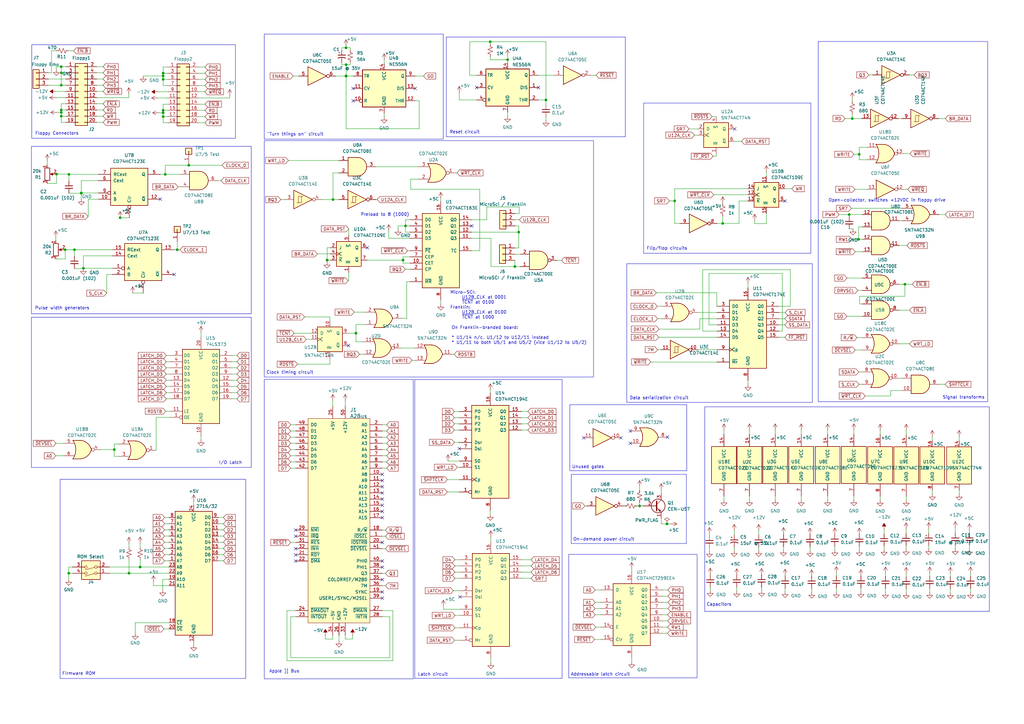
<source format=kicad_sch>
(kicad_sch (version 20230121) (generator eeschema)

  (uuid 56eaaa0c-e1fe-4237-9a20-09a5d3261c04)

  (paper "A3")

  (title_block
    (title "Micro-SCI Floppy Drive Controller")
    (date "2023-07-17")
    (rev "v0.2")
    (company "RyuCats")
  )

  

  (junction (at 352.3996 63.2968) (diameter 0) (color 0 0 0 0)
    (uuid 0eb7f77a-1691-46a5-beb9-708ba98faadf)
  )
  (junction (at 141.9606 31.1912) (diameter 0) (color 0 0 0 0)
    (uuid 13592c1d-8d3a-4a77-9349-f40d5d958c1c)
  )
  (junction (at 49.276 89.3064) (diameter 0) (color 0 0 0 0)
    (uuid 14d45346-d329-43a1-b9b8-64a35b0c2786)
  )
  (junction (at 25.1206 45.1104) (diameter 0) (color 0 0 0 0)
    (uuid 18c93022-e57b-4373-b94d-0b8237ade644)
  )
  (junction (at 25.146 34.9504) (diameter 0) (color 0 0 0 0)
    (uuid 211503ae-f2aa-4c35-adea-041e8c87a17f)
  )
  (junction (at 57.4802 232.5624) (diameter 0) (color 0 0 0 0)
    (uuid 227877cb-8d6b-42dd-9f7a-f23170c0b15d)
  )
  (junction (at 66.9036 46.2788) (diameter 0) (color 0 0 0 0)
    (uuid 227ba67b-bd2a-403b-9cca-ece13dfc9a29)
  )
  (junction (at 349.5548 48.6156) (diameter 0) (color 0 0 0 0)
    (uuid 22d6e3b8-95bd-43ec-9b4a-155fdcc0cc26)
  )
  (junction (at 262.3312 207.518) (diameter 0) (color 0 0 0 0)
    (uuid 23e17ec8-9479-4c85-9262-9a7a693e4f16)
  )
  (junction (at 66.9036 32.5628) (diameter 0) (color 0 0 0 0)
    (uuid 2668cc68-5cd8-4256-8d5f-46a4b9c3d00f)
  )
  (junction (at 23.1902 71.3994) (diameter 0) (color 0 0 0 0)
    (uuid 29ede8ec-7163-4f64-b12a-891361f6d83e)
  )
  (junction (at 141.9352 31.1912) (diameter 0) (color 0 0 0 0)
    (uuid 2ad1150c-6a6d-4f48-80de-136a5933bf00)
  )
  (junction (at 66.9036 45.2628) (diameter 0) (color 0 0 0 0)
    (uuid 3676ef53-63ee-4f61-b495-9fda43b885aa)
  )
  (junction (at 52.9082 235.1024) (diameter 0) (color 0 0 0 0)
    (uuid 4047e49c-241f-4070-8ebb-d2175194a5a3)
  )
  (junction (at 66.9036 47.8028) (diameter 0) (color 0 0 0 0)
    (uuid 48719128-be50-41b3-839a-ab256d4cf8cc)
  )
  (junction (at 67.7672 71.5264) (diameter 0) (color 0 0 0 0)
    (uuid 5003d7e0-03d4-4a97-9867-30b08d65563e)
  )
  (junction (at 208.1784 24.4856) (diameter 0) (color 0 0 0 0)
    (uuid 52c27fbd-9fc4-4e48-90e6-38e3a0d82b5d)
  )
  (junction (at 77.4192 67.7672) (diameter 0) (color 0 0 0 0)
    (uuid 531f59de-cffa-4898-944c-2df625fa4f9d)
  )
  (junction (at 371.1448 116.586) (diameter 0) (color 0 0 0 0)
    (uuid 5481632d-fd31-48d1-9241-3db81d2839df)
  )
  (junction (at 25.1206 27.3304) (diameter 0) (color 0 0 0 0)
    (uuid 5d1b5a30-0c21-467f-bb99-7ab778f56606)
  )
  (junction (at 166.3192 92.6592) (diameter 0) (color 0 0 0 0)
    (uuid 62ec17b1-65c1-4c8e-8373-71d96a4abc8f)
  )
  (junction (at 201.0664 17.1196) (diameter 0) (color 0 0 0 0)
    (uuid 68ac5519-04af-4e05-a4cf-db1e10ee5e75)
  )
  (junction (at 212.7504 95.1992) (diameter 0) (color 0 0 0 0)
    (uuid 76f27323-c1b6-4a00-a4f9-70e5b2fc6f64)
  )
  (junction (at 296.418 91.6432) (diameter 0) (color 0 0 0 0)
    (uuid 79353c67-35db-4fb8-abb6-9245fc42cbe6)
  )
  (junction (at 72.6948 102.4128) (diameter 0) (color 0 0 0 0)
    (uuid 7ce3703f-729a-4203-950c-652f669b6459)
  )
  (junction (at 26.7208 102.4128) (diameter 0) (color 0 0 0 0)
    (uuid 8333f7e2-3100-475c-84ac-bd4fd90e46a2)
  )
  (junction (at 141.9098 19.6088) (diameter 0) (color 0 0 0 0)
    (uuid 85293332-46cf-469f-9f14-444ea1474be8)
  )
  (junction (at 145.9992 136.652) (diameter 0) (color 0 0 0 0)
    (uuid 8a6f51da-dbd5-4499-9d4d-062cfa0c7452)
  )
  (junction (at 165.3032 106.68) (diameter 0) (color 0 0 0 0)
    (uuid 977745df-e2a3-4c8b-8cd8-4034ea36c9c3)
  )
  (junction (at 66.9036 30.0228) (diameter 0) (color 0 0 0 0)
    (uuid 9b875f30-8f9b-4b5b-b27e-88f17676d28e)
  )
  (junction (at 33.3502 79.1464) (diameter 0) (color 0 0 0 0)
    (uuid 9f9bb35f-05c9-4917-bf0a-74edb9b5decb)
  )
  (junction (at 352.1456 98.1456) (diameter 0) (color 0 0 0 0)
    (uuid ad2be07c-8a30-4aa7-a902-e507f61e2d74)
  )
  (junction (at 28.2702 71.5264) (diameter 0) (color 0 0 0 0)
    (uuid ad8a0025-e6c4-4a4a-96d1-a3bb46b52a4d)
  )
  (junction (at 134.1628 106.68) (diameter 0) (color 0 0 0 0)
    (uuid ae179397-46b0-4a33-ac43-4aafafbfe5b9)
  )
  (junction (at 273.558 214.884) (diameter 0) (color 0 0 0 0)
    (uuid b0f8be71-f714-4244-b97f-54dbc83dae95)
  )
  (junction (at 28.194 235.1024) (diameter 0) (color 0 0 0 0)
    (uuid b1859a5c-1e6b-49d8-81c4-6f093d35efed)
  )
  (junction (at 276.7076 82.3976) (diameter 0) (color 0 0 0 0)
    (uuid b4a3bb6a-530b-4020-a7aa-af7ad092ce73)
  )
  (junction (at 34.2138 110.0328) (diameter 0) (color 0 0 0 0)
    (uuid b56295da-b4a2-4945-9c4d-f118b61e7a62)
  )
  (junction (at 141.9606 26.5176) (diameter 0) (color 0 0 0 0)
    (uuid b69758b6-d427-4d1f-9770-f7c02da649a6)
  )
  (junction (at 25.1206 46.1264) (diameter 0) (color 0 0 0 0)
    (uuid bdee1f10-adda-41b5-867a-2a788a207ef0)
  )
  (junction (at 46.8884 184.404) (diameter 0) (color 0 0 0 0)
    (uuid c4f9e4e2-930d-4690-8724-998bb53a0423)
  )
  (junction (at 348.2848 87.9856) (diameter 0) (color 0 0 0 0)
    (uuid c6e410d8-fbfc-44b4-bcd8-be6e4755ff5a)
  )
  (junction (at 25.1206 47.6504) (diameter 0) (color 0 0 0 0)
    (uuid c9d6f061-d3e0-49e1-a019-a5b95a82d873)
  )
  (junction (at 25.146 29.8704) (diameter 0) (color 0 0 0 0)
    (uuid cd88283d-ece9-4853-85d7-ae3527962132)
  )
  (junction (at 211.1756 109.3216) (diameter 0) (color 0 0 0 0)
    (uuid e4552e4c-cca1-4eb3-a435-a3bdac03e800)
  )
  (junction (at 136.5758 81.8388) (diameter 0) (color 0 0 0 0)
    (uuid ed67b67e-a426-4e33-b6fc-58e6ea6d54f9)
  )
  (junction (at 30.5308 102.4128) (diameter 0) (color 0 0 0 0)
    (uuid f08fc34c-75fd-4391-ab9e-36ec8f420cd0)
  )
  (junction (at 33.3502 79.2734) (diameter 0) (color 0 0 0 0)
    (uuid f2487e48-6677-414e-8fde-0accde918ba7)
  )
  (junction (at 223.9264 40.9956) (diameter 0) (color 0 0 0 0)
    (uuid f58bedbe-f86d-4c34-b2d0-1df5e8ec9b59)
  )
  (junction (at 66.9036 31.1658) (diameter 0) (color 0 0 0 0)
    (uuid fd8434a6-ac94-4e1e-834a-b713ca90d0b1)
  )

  (no_connect (at 121.2596 219.9386) (uuid 00079c83-a711-4f95-8171-4707c1ffe4f2))
  (no_connect (at 188.4172 184.023) (uuid 0023254e-99a6-4e38-9aea-036adb434f94))
  (no_connect (at 254.6604 179.578) (uuid 09946f3d-95c5-4e83-bdee-666ac37263df))
  (no_connect (at 220.8784 35.9156) (uuid 0b4616bb-b68c-4768-b13c-bb3ab37b1241))
  (no_connect (at 156.8196 242.7986) (uuid 11d10470-6e67-4a4b-a7d4-b72ef4a9d1ca))
  (no_connect (at 142.9512 141.732) (uuid 2152bf48-a03d-4428-a1b1-5d9930c6322c))
  (no_connect (at 321.9704 82.4484) (uuid 2357aadf-b5b6-4a47-84a0-ec9270bf8db0))
  (no_connect (at 156.8196 202.1586) (uuid 2dd1b146-5821-42d2-b7b7-652f3d37495f))
  (no_connect (at 156.8196 232.6386) (uuid 3885ffd3-fd3b-4dba-b4f6-fb833d8d535c))
  (no_connect (at 121.2596 227.5586) (uuid 3bb3b145-9e54-4d85-a684-3f371eba77c4))
  (no_connect (at 121.2596 230.0986) (uuid 40c3baa7-d5b0-4c7e-89ad-714f7d1d467f))
  (no_connect (at 71.4248 112.5728) (uuid 46481c9d-3219-495e-99d8-4db677316f31))
  (no_connect (at 144.8562 41.3512) (uuid 4e90335f-0b5c-44b6-954e-50c9221d83fb))
  (no_connect (at 258.5466 181.8386) (uuid 55a97291-90c8-48d1-b85b-42536268fe43))
  (no_connect (at 156.8196 197.0786) (uuid 5a352595-70d1-4dc3-83fe-9cc43b2ea3b8))
  (no_connect (at 121.2596 217.3986) (uuid 5c47f2df-94cd-4506-8fb8-5fba0f3f15d4))
  (no_connect (at 301.3456 52.8828) (uuid 67e50e74-ce51-41c4-8715-55e602ab574f))
  (no_connect (at 156.8196 222.4786) (uuid 730a19e5-44b6-4b85-b39d-3319b8b30c0e))
  (no_connect (at 156.8196 209.7786) (uuid 745f3071-b71a-4126-8cfe-b28100f2c83d))
  (no_connect (at 150.6728 101.6) (uuid 7f69b8a6-fd8d-4ebf-9fac-fb9372e95fdf))
  (no_connect (at 156.8196 237.7186) (uuid 83fd2193-17e5-4a27-adca-61ac1df8125e))
  (no_connect (at 273.7866 179.2986) (uuid 878414e4-e89b-4b62-b96a-3a45817a5ccd))
  (no_connect (at 170.2562 36.2712) (uuid 8f8dedf8-ce30-4ef7-94e6-bf4dd6dfbe7d))
  (no_connect (at 156.8196 245.3386) (uuid 956a391a-da2c-4d12-905e-127887b4e204))
  (no_connect (at 121.2596 225.0186) (uuid af4080e4-3e4a-42fa-a388-9422b5495276))
  (no_connect (at 258.5466 176.7586) (uuid b084c7d8-103e-4844-afc5-634992033d4b))
  (no_connect (at 195.4784 35.9156) (uuid bb9f08b1-817c-4157-86a8-001ebeb5682d))
  (no_connect (at 156.8196 194.5386) (uuid bd9d7e14-21b3-4dcd-9f41-a79fe09ce87e))
  (no_connect (at 193.4972 92.6592) (uuid c0166046-6244-47a5-9534-d1f90d7e129b))
  (no_connect (at 156.8196 199.6186) (uuid c06ada5e-2a3b-4df5-9a4d-1d7db4b05dca))
  (no_connect (at 156.8196 207.2386) (uuid cfd67672-d5af-4a82-ac5e-032c54d5ca3f))
  (no_connect (at 239.4204 179.578) (uuid d9ee195d-667c-46b5-8c90-2d715e6afbee))
  (no_connect (at 156.8196 212.3186) (uuid dad0e8de-846b-4927-a07b-a135ef708439))
  (no_connect (at 156.8196 230.0986) (uuid e84d737c-cffc-4102-ae0c-16e7870ea92c))
  (no_connect (at 144.8562 36.2712) (uuid e85963b0-aca1-4e88-8dcc-ea6a2b30aa16))
  (no_connect (at 188.6204 244.8052) (uuid f56a3247-35bc-4734-a52e-0c4d8a7dd57a))
  (no_connect (at 156.8196 204.6986) (uuid f83a257c-1ff9-4bb7-ae91-0221c4808d11))
  (no_connect (at 65.7352 81.6864) (uuid fbba59ff-199c-431d-9558-e8c866b5ce8c))

  (wire (pts (xy 199.6948 84.8868) (xy 199.6948 90.1192))
    (stroke (width 0) (type default))
    (uuid 00574d2a-adbb-461e-bfab-c3030d96eb4f)
  )
  (wire (pts (xy 44.9072 232.5624) (xy 57.4802 232.5624))
    (stroke (width 0) (type default))
    (uuid 0069cff1-7758-4892-937b-381c82fabe50)
  )
  (wire (pts (xy 214.0204 229.5652) (xy 217.8304 229.5652))
    (stroke (width 0) (type default))
    (uuid 007e0ebe-d85a-4638-af77-d1a23acf3dd8)
  )
  (wire (pts (xy 193.4972 102.8192) (xy 196.7484 102.8192))
    (stroke (width 0) (type default))
    (uuid 00886f5c-4976-4610-9ff6-c8245aa5e3db)
  )
  (wire (pts (xy 270.1544 138.3284) (xy 294.0812 138.3284))
    (stroke (width 0) (type default))
    (uuid 00f4b3b9-78f1-4610-b5e0-84f3d25adcc5)
  )
  (wire (pts (xy 188.3664 196.723) (xy 188.3664 196.6976))
    (stroke (width 0) (type default))
    (uuid 0109a42f-4b31-4ebe-876a-96b722593589)
  )
  (wire (pts (xy 171.9072 52.7812) (xy 171.9072 41.3512))
    (stroke (width 0) (type default))
    (uuid 01e83326-4e98-4d5f-82ec-8f0b7bea881a)
  )
  (wire (pts (xy 343.0524 241.2492) (xy 343.0524 242.7224))
    (stroke (width 0) (type default))
    (uuid 01f3822c-4244-4116-8ef1-0e8cbe65c471)
  )
  (wire (pts (xy 28.0924 20.828) (xy 30.1752 20.828))
    (stroke (width 0) (type default))
    (uuid 03301470-88bc-4f38-b6b6-ca7d042bb234)
  )
  (wire (pts (xy 25.146 29.8704) (xy 27.0256 29.8704))
    (stroke (width 0) (type default))
    (uuid 03443bb4-edca-49b6-a718-c6bad3c38dd0)
  )
  (wire (pts (xy 271.78 259.7404) (xy 273.7612 259.7404))
    (stroke (width 0) (type default))
    (uuid 039917d2-99a2-4522-8665-986db18d8e31)
  )
  (wire (pts (xy 328.6252 176.403) (xy 328.6252 178.054))
    (stroke (width 0) (type default))
    (uuid 040dbea4-9977-4a31-9393-13ea60b16445)
  )
  (wire (pts (xy 89.6112 219.8624) (xy 91.6432 219.8624))
    (stroke (width 0) (type default))
    (uuid 04752ae3-bfc2-458d-bdc8-afea6c7649ee)
  )
  (wire (pts (xy 314.3504 91.694) (xy 309.5244 91.694))
    (stroke (width 0) (type default))
    (uuid 04a6efa1-aa9e-4645-bd05-c8e4cdf162a6)
  )
  (wire (pts (xy 165.3032 105.3592) (xy 165.3032 106.68))
    (stroke (width 0) (type default))
    (uuid 04c4f103-cb52-4f78-8869-ddd422c5923e)
  )
  (wire (pts (xy 306.7812 156.1084) (xy 306.7812 157.6324))
    (stroke (width 0) (type default))
    (uuid 05420eaf-24bd-4d1e-99bf-3be6ddd68c66)
  )
  (wire (pts (xy 292.0746 47.8028) (xy 293.7256 47.8028))
    (stroke (width 0) (type default))
    (uuid 05c4193c-faca-4502-a4be-7633bebf234d)
  )
  (wire (pts (xy 271.78 254.6604) (xy 273.812 254.6604))
    (stroke (width 0) (type default))
    (uuid 05fc5cc0-bb44-4350-a781-560e0e3b4c4c)
  )
  (wire (pts (xy 117.7036 250.4186) (xy 117.7036 270.9926))
    (stroke (width 0) (type default))
    (uuid 06181ce3-b06b-4529-8cce-dd2810672270)
  )
  (wire (pts (xy 349.5548 46.6852) (xy 349.5548 48.6156))
    (stroke (width 0) (type default))
    (uuid 06218eff-932a-4ad7-ab6b-b89dec2588f6)
  )
  (wire (pts (xy 69.2912 224.9424) (xy 67.5132 224.9424))
    (stroke (width 0) (type default))
    (uuid 064b29a8-f9a3-4267-b587-373d5046518a)
  )
  (wire (pts (xy 214.376 176.3776) (xy 216.4842 176.3776))
    (stroke (width 0) (type default))
    (uuid 0656086a-1f5b-495e-8615-b7c40f0badad)
  )
  (wire (pts (xy 65.7352 71.5264) (xy 67.7672 71.5264))
    (stroke (width 0) (type default))
    (uuid 0658e204-d1d7-4688-850d-e45c9a506c98)
  )
  (wire (pts (xy 170.2562 31.1912) (xy 173.7106 31.1912))
    (stroke (width 0) (type default))
    (uuid 067721b1-e889-468c-8cef-c43830664980)
  )
  (wire (pts (xy 188.2648 168.7576) (xy 186.3852 168.7576))
    (stroke (width 0) (type default))
    (uuid 0754172d-7b54-485f-b2c6-89de78d13fc8)
  )
  (wire (pts (xy 363.1692 235.1024) (xy 363.1692 236.3216))
    (stroke (width 0) (type default))
    (uuid 07ce118a-36c3-4925-b88e-d82dc01ee467)
  )
  (wire (pts (xy 180.7972 81.4832) (xy 180.7972 82.4992))
    (stroke (width 0) (type default))
    (uuid 09aa1bf2-8a17-4f34-8d88-8b81ad5c5abb)
  )
  (wire (pts (xy 39.7256 45.1104) (xy 42.2656 45.1104))
    (stroke (width 0) (type default))
    (uuid 09c87717-7ef4-45f4-b64d-0750365e4a24)
  )
  (wire (pts (xy 68.2244 148.336) (xy 69.7484 148.336))
    (stroke (width 0) (type default))
    (uuid 0a0b1b1c-92a4-478c-aa5b-ee031bba2f03)
  )
  (wire (pts (xy 52.9082 235.1024) (xy 69.2912 235.1024))
    (stroke (width 0) (type default))
    (uuid 0b2ece80-3483-4240-b6c8-87d84edcd6a8)
  )
  (wire (pts (xy 68.2244 150.876) (xy 69.7484 150.876))
    (stroke (width 0) (type default))
    (uuid 0b68a056-85b6-48d1-a2cc-038c8a65659f)
  )
  (wire (pts (xy 66.7512 241.9096) (xy 66.7512 237.6424))
    (stroke (width 0) (type default))
    (uuid 0c0c9414-8569-47d0-9bbd-a5c6f7990176)
  )
  (wire (pts (xy 124.9172 129.9972) (xy 135.3312 129.9972))
    (stroke (width 0) (type default))
    (uuid 0c245cbd-de2b-42e4-ad95-41f85b657bc9)
  )
  (wire (pts (xy 352.3996 65.532) (xy 355.4476 65.532))
    (stroke (width 0) (type default))
    (uuid 0c490525-8dc8-42cf-8f5d-14c1f973c5bc)
  )
  (wire (pts (xy 269.6972 130.7084) (xy 271.2212 130.7084))
    (stroke (width 0) (type default))
    (uuid 0d5c8966-853d-4aee-89ff-753b20ea3fd6)
  )
  (wire (pts (xy 25.1206 45.1104) (xy 27.0256 45.1104))
    (stroke (width 0) (type default))
    (uuid 0d838062-46de-45e9-bfdd-65e77dd8aee8)
  )
  (wire (pts (xy 19.8628 29.8704) (xy 21.1328 29.8704))
    (stroke (width 0) (type default))
    (uuid 0de6ee5b-f0fe-43fd-bcfd-7b0a164bb68c)
  )
  (wire (pts (xy 67.9704 168.656) (xy 69.7484 168.656))
    (stroke (width 0) (type default))
    (uuid 0e12576a-5d20-430c-b87b-bc4facb73712)
  )
  (wire (pts (xy 350.2152 63.2968) (xy 352.3996 63.2968))
    (stroke (width 0) (type default))
    (uuid 0e4c835e-1a72-4fc8-beef-fd110906edea)
  )
  (wire (pts (xy 214.0204 232.1052) (xy 217.8304 232.1052))
    (stroke (width 0) (type default))
    (uuid 0f094e4b-acc5-4d61-81bb-2d09930a28bd)
  )
  (wire (pts (xy 262.3312 199.644) (xy 262.3312 201.041))
    (stroke (width 0) (type default))
    (uuid 10252dee-e0c1-46aa-b100-90f76de019ec)
  )
  (wire (pts (xy 159.8676 269.7226) (xy 159.8676 252.9586))
    (stroke (width 0) (type default))
    (uuid 103875b5-8d01-45bb-9766-b4bffd2a91ed)
  )
  (wire (pts (xy 171.6024 73.4568) (xy 168.5036 73.4568))
    (stroke (width 0) (type default))
    (uuid 1238dca2-75ce-456c-9355-6d2139e5e0aa)
  )
  (wire (pts (xy 269.5702 125.6284) (xy 271.2212 125.6284))
    (stroke (width 0) (type default))
    (uuid 124b9756-7dbf-43a0-80e7-a46f9a2b36c9)
  )
  (wire (pts (xy 214.376 176.403) (xy 214.376 176.3776))
    (stroke (width 0) (type default))
    (uuid 125e7f04-30f0-4f88-af7b-caf18148782b)
  )
  (wire (pts (xy 319.4812 125.6284) (xy 324.1802 125.6284))
    (stroke (width 0) (type default))
    (uuid 1356113a-513f-4af7-ba9a-3e0eb779f180)
  )
  (wire (pts (xy 397.6116 223.6724) (xy 397.6116 225.1456))
    (stroke (width 0) (type default))
    (uuid 1391e7ee-70c8-4a50-8385-11f6a7f1abba)
  )
  (wire (pts (xy 244.348 257.2004) (xy 246.38 257.2004))
    (stroke (width 0) (type default))
    (uuid 13a98e74-3895-4860-ace8-42264bd188ca)
  )
  (wire (pts (xy 58.7756 31.1658) (xy 66.9036 31.1658))
    (stroke (width 0) (type default))
    (uuid 141295d1-b5fc-4f78-b6c6-4a5775b63835)
  )
  (wire (pts (xy 188.1124 176.403) (xy 188.1124 176.3776))
    (stroke (width 0) (type default))
    (uuid 14237b2d-35e0-4923-9a7b-d65817700424)
  )
  (wire (pts (xy 188.3664 196.6976) (xy 183.4642 196.6976))
    (stroke (width 0) (type default))
    (uuid 1568cca2-d9ad-41d0-b548-de2df5e16612)
  )
  (wire (pts (xy 368.8588 116.586) (xy 371.1448 116.586))
    (stroke (width 0) (type default))
    (uuid 15776cd5-5e30-4bf6-9cc4-824c5705194c)
  )
  (wire (pts (xy 72.6948 102.4128) (xy 73.8378 102.4128))
    (stroke (width 0) (type default))
    (uuid 161eeac9-3140-408f-bf18-bad1c281881f)
  )
  (wire (pts (xy 157.5562 46.4312) (xy 157.5562 47.9552))
    (stroke (width 0) (type default))
    (uuid 16728753-ca6c-4fe7-8178-d0982b6b4f17)
  )
  (wire (pts (xy 360.9848 203.5556) (xy 360.9848 205.0796))
    (stroke (width 0) (type default))
    (uuid 16755ab3-9878-498d-b781-70eb0a8321ce)
  )
  (wire (pts (xy 136.5758 70.9168) (xy 136.5758 81.8388))
    (stroke (width 0) (type default))
    (uuid 1675ca04-4c5f-4b67-bb62-04a02e0c8b69)
  )
  (wire (pts (xy 156.8196 179.2986) (xy 158.5976 179.2986))
    (stroke (width 0) (type default))
    (uuid 169e61eb-96e8-4c61-89f0-5030d1e7f392)
  )
  (wire (pts (xy 201.3712 109.3216) (xy 201.3712 97.7392))
    (stroke (width 0) (type default))
    (uuid 17d991fb-7651-4a3d-90b7-989e67fb6932)
  )
  (wire (pts (xy 311.1754 217.6272) (xy 311.1754 219.4052))
    (stroke (width 0) (type default))
    (uuid 1901c3db-6846-4baf-a944-eb37755bbafa)
  )
  (wire (pts (xy 286.4612 128.1684) (xy 294.0812 128.1684))
    (stroke (width 0) (type default))
    (uuid 1a8f27f6-8e7c-4479-9c29-473839a5673e)
  )
  (wire (pts (xy 140.1826 19.6088) (xy 141.9098 19.6088))
    (stroke (width 0) (type default))
    (uuid 1a9949f8-d6e1-44c2-8abb-f0e22252bdef)
  )
  (wire (pts (xy 193.4972 97.7392) (xy 201.3712 97.7392))
    (stroke (width 0) (type default))
    (uuid 1aa04cfe-8dfe-4531-80f7-9c39f6757763)
  )
  (wire (pts (xy 121.2596 186.9186) (xy 119.2276 186.9186))
    (stroke (width 0) (type default))
    (uuid 1af49ea9-2385-422c-915b-da380d233ae8)
  )
  (wire (pts (xy 344.1192 87.9856) (xy 348.2848 87.9856))
    (stroke (width 0) (type default))
    (uuid 1bdb14cd-6438-42dc-b5eb-9f1b82ac6ee8)
  )
  (wire (pts (xy 211.1756 104.2416) (xy 213.3092 104.2416))
    (stroke (width 0) (type default))
    (uuid 1bf36dd4-f692-415d-b903-22a2d1f06abb)
  )
  (wire (pts (xy 25.1206 47.6504) (xy 25.1206 50.1904))
    (stroke (width 0) (type default))
    (uuid 1c354fa8-4163-40d2-8ab9-1e82d13a25c0)
  )
  (wire (pts (xy 21.1328 29.8704) (xy 21.1328 20.828))
    (stroke (width 0) (type default))
    (uuid 1c36997d-9be1-425d-b852-4553a0d143f9)
  )
  (wire (pts (xy 353.1108 241.2746) (xy 353.1108 242.57))
    (stroke (width 0) (type default))
    (uuid 1db73742-0af7-468d-8275-4f48b9889d17)
  )
  (wire (pts (xy 271.78 247.0404) (xy 273.939 247.0404))
    (stroke (width 0) (type default))
    (uuid 1df8e6c8-70be-4d44-9611-4958c61c9713)
  )
  (wire (pts (xy 69.2912 230.0224) (xy 67.5132 230.0224))
    (stroke (width 0) (type default))
    (uuid 1e42d8a7-e536-4d54-af0a-127f1462310f)
  )
  (wire (pts (xy 82.4484 178.816) (xy 82.4484 180.34))
    (stroke (width 0) (type default))
    (uuid 20d9c6c4-736f-4ad1-a5ed-f7de55b7f1d5)
  )
  (wire (pts (xy 208.1784 22.9616) (xy 208.1784 24.4856))
    (stroke (width 0) (type default))
    (uuid 213f6e22-e8c8-4492-a379-2322f30f3125)
  )
  (wire (pts (xy 90.678 74.0664) (xy 89.2048 74.0664))
    (stroke (width 0) (type default))
    (uuid 22081a94-28e3-4eac-a972-1e55a9b4b799)
  )
  (wire (pts (xy 302.2092 241.173) (xy 302.2092 242.3668))
    (stroke (width 0) (type default))
    (uuid 2208e5e4-3b49-4ffb-943b-72a998dbdc13)
  )
  (wire (pts (xy 332.9178 241.6302) (xy 332.9178 242.824))
    (stroke (width 0) (type default))
    (uuid 221ec62f-e07d-4cf7-8f6c-ee89f303129b)
  )
  (wire (pts (xy 186.5884 257.5052) (xy 188.6204 257.5052))
    (stroke (width 0) (type default))
    (uuid 22f92fd4-22c2-49c2-b68f-c98d01d59bb6)
  )
  (wire (pts (xy 133.4516 260.5786) (xy 133.4516 262.1026))
    (stroke (width 0) (type default))
    (uuid 234e4088-7b74-4b83-ac7a-d26a332b7728)
  )
  (wire (pts (xy 68.8086 42.7228) (xy 66.9036 42.7228))
    (stroke (width 0) (type default))
    (uuid 23a385f6-c567-4c32-b440-5de537d5d224)
  )
  (wire (pts (xy 25.1206 42.5704) (xy 25.1206 45.1104))
    (stroke (width 0) (type default))
    (uuid 24b5e0b4-6844-4584-9cc5-77dfd19e9a39)
  )
  (wire (pts (xy 165.3032 105.3592) (xy 168.0972 105.3592))
    (stroke (width 0) (type default))
    (uuid 252e28f1-2826-4f6b-b5a9-8bf0780e68d6)
  )
  (wire (pts (xy 266.9032 148.4376) (xy 267.0556 148.4376))
    (stroke (width 0) (type default))
    (uuid 260647dc-5c22-4300-8f41-c2a808039a1b)
  )
  (wire (pts (xy 244.094 252.1204) (xy 246.38 252.1204))
    (stroke (width 0) (type default))
    (uuid 26970cac-8593-4f8a-9df6-0c3172c51261)
  )
  (wire (pts (xy 188.1632 173.8376) (xy 186.3852 173.8376))
    (stroke (width 0) (type default))
    (uuid 26ddf6b2-550e-415c-8c7d-c6d7c0d5e523)
  )
  (wire (pts (xy 393.3952 179.0954) (xy 393.3952 180.7464))
    (stroke (width 0) (type default))
    (uuid 26e2c626-2054-4bf2-bc0f-17f2cb652a87)
  )
  (wire (pts (xy 350.8248 103.2256) (xy 353.6696 103.2256))
    (stroke (width 0) (type default))
    (uuid 27099863-8b7e-4f4e-9483-231766d037e6)
  )
  (wire (pts (xy 324.1802 110.6424) (xy 288.2392 110.6424))
    (stroke (width 0) (type default))
    (uuid 27b956ed-c09f-4b92-adbb-7df9d3bcc521)
  )
  (wire (pts (xy 188.214 171.2976) (xy 186.3852 171.2976))
    (stroke (width 0) (type default))
    (uuid 28d12758-ff2d-4dc4-9737-1eb7e05cd3dd)
  )
  (wire (pts (xy 142.9512 136.652) (xy 145.9992 136.652))
    (stroke (width 0) (type default))
    (uuid 291d89ff-3591-491a-bea1-d06156d7740c)
  )
  (wire (pts (xy 349.5548 48.6156) (xy 346.6084 48.6156))
    (stroke (width 0) (type default))
    (uuid 29968094-cb34-409f-889a-ef790877f393)
  )
  (wire (pts (xy 135.4328 101.6) (xy 134.1628 101.6))
    (stroke (width 0) (type default))
    (uuid 2acb5921-7af8-4f3f-ad29-3f90022b3486)
  )
  (wire (pts (xy 121.2596 222.4786) (xy 119.2276 222.4786))
    (stroke (width 0) (type default))
    (uuid 2b000f12-7837-4dbb-9b1f-5fedbdeacacc)
  )
  (wire (pts (xy 141.5796 262.1026) (xy 144.6276 262.1026))
    (stroke (width 0) (type default))
    (uuid 2b3e8503-775e-4be7-b759-0f65b7dd6fb9)
  )
  (wire (pts (xy 25.1206 27.3304) (xy 25.1206 29.8704))
    (stroke (width 0) (type default))
    (uuid 2b4e42f4-9ea0-4e13-a982-864d96afe2bd)
  )
  (wire (pts (xy 181.864 249.8852) (xy 188.6204 249.8852))
    (stroke (width 0) (type default))
    (uuid 2b771cda-6ef1-4228-a7b9-606d6089e450)
  )
  (wire (pts (xy 69.2912 214.7824) (xy 67.5132 214.7824))
    (stroke (width 0) (type default))
    (uuid 2b922a83-3308-4215-9822-51cefc25e060)
  )
  (wire (pts (xy 192.6844 30.8356) (xy 192.6844 17.1196))
    (stroke (width 0) (type default))
    (uuid 2bbb70e5-c86d-4125-b3fd-383eda8a636a)
  )
  (wire (pts (xy 145.9992 136.652) (xy 145.9992 140.208))
    (stroke (width 0) (type default))
    (uuid 2bd0af92-7508-40d7-8137-150efcf06ce9)
  )
  (wire (pts (xy 141.9352 31.1912) (xy 141.9352 52.7812))
    (stroke (width 0) (type default))
    (uuid 2c505973-1eb3-4942-becd-c975203b9252)
  )
  (wire (pts (xy 259.08 269.9004) (xy 259.08 271.4244))
    (stroke (width 0) (type default))
    (uuid 2ced7b97-65c3-40c2-855f-899ba28847a9)
  )
  (wire (pts (xy 312.3438 240.7666) (xy 312.3438 240.6142))
    (stroke (width 0) (type default))
    (uuid 2eedb8ed-394a-4abd-b8c0-640c2b1adc79)
  )
  (wire (pts (xy 356.362 30.734) (xy 357.886 30.734))
    (stroke (width 0) (type default))
    (uuid 2f68bce5-d72c-4897-b6ff-95016d192940)
  )
  (wire (pts (xy 121.2596 184.3786) (xy 119.2276 184.3786))
    (stroke (width 0) (type default))
    (uuid 319b669a-6a92-4893-9b98-c408df234816)
  )
  (wire (pts (xy 79.4512 263.0424) (xy 79.4512 264.4394))
    (stroke (width 0) (type default))
    (uuid 33099e0a-fa78-4987-9d6f-e97f8bb30e04)
  )
  (wire (pts (xy 213.8172 176.403) (xy 214.376 176.403))
    (stroke (width 0) (type default))
    (uuid 330eb766-294c-41b5-8dbc-b9623757c888)
  )
  (wire (pts (xy 81.5086 35.1028) (xy 84.0486 35.1028))
    (stroke (width 0) (type default))
    (uuid 3321ca68-360f-43c2-96b3-e6b31e08b312)
  )
  (wire (pts (xy 39.7256 37.4904) (xy 42.2656 37.4904))
    (stroke (width 0) (type default))
    (uuid 33859ce5-cded-4922-abe0-c4afb5f18990)
  )
  (wire (pts (xy 145.9992 133.096) (xy 145.9992 136.652))
    (stroke (width 0) (type default))
    (uuid 33ca31fa-84e2-422e-88f1-847a5a145573)
  )
  (wire (pts (xy 244.094 249.5804) (xy 246.38 249.5804))
    (stroke (width 0) (type default))
    (uuid 33fcac58-8184-4d20-a1c4-284cdd66749e)
  )
  (wire (pts (xy 25.1206 29.8704) (xy 25.146 29.8704))
    (stroke (width 0) (type default))
    (uuid 3417a8d8-27e7-4017-8c55-1a7645d76a1d)
  )
  (wire (pts (xy 64.7446 40.1828) (xy 68.8086 40.1828))
    (stroke (width 0) (type default))
    (uuid 348e1eab-d2c1-4b17-9096-fe568a6ea495)
  )
  (wire (pts (xy 271.78 244.5004) (xy 273.939 244.5004))
    (stroke (width 0) (type default))
    (uuid 34d43017-421d-4833-8ffd-032b2cb1a4d5)
  )
  (wire (pts (xy 33.3502 74.0664) (xy 33.3502 79.1464))
    (stroke (width 0) (type default))
    (uuid 3579f635-6354-42f8-a75c-3f1c4ddbabe0)
  )
  (wire (pts (xy 28.194 235.1024) (xy 29.6672 235.1024))
    (stroke (width 0) (type default))
    (uuid 35b32b23-24e6-4df4-9409-7e5e986bd414)
  )
  (wire (pts (xy 267.0556 148.4884) (xy 294.0812 148.4884))
    (stroke (width 0) (type default))
    (uuid 366e3e3b-16b9-4813-8093-b0a030f46916)
  )
  (wire (pts (xy 46.8884 187.198) (xy 48.6664 187.198))
    (stroke (width 0) (type default))
    (uuid 36dabc5e-7da5-44d2-9a3b-0b41b99f0479)
  )
  (wire (pts (xy 95.1484 161.036) (xy 97.1804 161.036))
    (stroke (width 0) (type default))
    (uuid 37a63329-bc53-4bc9-a3a4-1ec82f83cda1)
  )
  (wire (pts (xy 95.1484 148.336) (xy 97.1804 148.336))
    (stroke (width 0) (type default))
    (uuid 37f4e18f-a43e-4eb6-81b1-ce9b6990c4bc)
  )
  (wire (pts (xy 166.9288 115.5192) (xy 168.0972 115.5192))
    (stroke (width 0) (type default))
    (uuid 38817953-56b1-4e6d-9248-8bf813deacf0)
  )
  (wire (pts (xy 133.4516 262.1026) (xy 136.4996 262.1026))
    (stroke (width 0) (type default))
    (uuid 38891a5f-796b-4863-8641-e71ba85257a8)
  )
  (wire (pts (xy 352.4504 224.2058) (xy 352.4504 225.5012))
    (stroke (width 0) (type default))
    (uuid 38b47637-5050-47ac-af4f-98392006f2e2)
  )
  (wire (pts (xy 352.552 121.5136) (xy 352.552 124.6632))
    (stroke (width 0) (type default))
    (uuid 38bbb2ba-655f-4fc6-b64c-71279fa91587)
  )
  (wire (pts (xy 156.8196 189.4586) (xy 158.5976 189.4586))
    (stroke (width 0) (type default))
    (uuid 39057a9e-8840-42e9-83e6-4aff46397e01)
  )
  (wire (pts (xy 188.4172 168.783) (xy 188.2648 168.783))
    (stroke (width 0) (type default))
    (uuid 3967a7f7-9cae-4a03-ab22-fbf79e569eef)
  )
  (wire (pts (xy 139.0396 260.5786) (xy 139.0396 262.8646))
    (stroke (width 0) (type default))
    (uuid 39c95b3c-9153-493a-bf90-c97480710e15)
  )
  (wire (pts (xy 276.7076 77.3684) (xy 306.7304 77.3684))
    (stroke (width 0) (type default))
    (uuid 39cb24c1-da17-45ac-a22a-b2797c1ec8d6)
  )
  (wire (pts (xy 188.3664 196.723) (xy 188.4172 196.723))
    (stroke (width 0) (type default))
    (uuid 39e6851e-e98b-4b38-ac47-417d5a1b0d16)
  )
  (wire (pts (xy 41.3004 184.404) (xy 46.8884 184.404))
    (stroke (width 0) (type default))
    (uuid 3a9f8d25-150e-4f10-bfd9-b6eb1252dc52)
  )
  (wire (pts (xy 212.9536 84.8868) (xy 199.6948 84.8868))
    (stroke (width 0) (type default))
    (uuid 3b07724e-288b-47d2-842d-3bb7c521462f)
  )
  (wire (pts (xy 347.3704 129.7432) (xy 353.6188 129.7432))
    (stroke (width 0) (type default))
    (uuid 3b0854d9-c882-4656-b38a-d91434bdd4de)
  )
  (wire (pts (xy 156.8196 184.3786) (xy 158.5976 184.3786))
    (stroke (width 0) (type default))
    (uuid 3b1f80e4-9899-4eba-b63e-89ca6dbb1c37)
  )
  (wire (pts (xy 321.3354 224.282) (xy 321.3354 225.5012))
    (stroke (width 0) (type default))
    (uuid 3b5fe685-44aa-435c-856c-b0131936263f)
  )
  (wire (pts (xy 156.8196 240.2586) (xy 158.0896 240.2586))
    (stroke (width 0) (type default))
    (uuid 3b8dae4d-f4bc-4417-a381-a0888263da7b)
  )
  (wire (pts (xy 81.5086 45.2628) (xy 84.0486 45.2628))
    (stroke (width 0) (type default))
    (uuid 3c53083b-e778-489a-8a5a-3aef58728150)
  )
  (wire (pts (xy 271.78 257.2004) (xy 273.812 257.2004))
    (stroke (width 0) (type default))
    (uuid 3d31a697-51de-4e0a-a36c-b8e16bc1a8d7)
  )
  (wire (pts (xy 55.5244 255.4224) (xy 55.5244 255.4732))
    (stroke (width 0) (type default))
    (uuid 3d3fab1e-b37f-4852-bd25-3f861271cbb9)
  )
  (wire (pts (xy 259.08 233.1974) (xy 259.08 234.3404))
    (stroke (width 0) (type default))
    (uuid 3d43c4df-5732-4c74-b1d1-0e5d80941e7a)
  )
  (wire (pts (xy 141.9352 52.7812) (xy 171.9072 52.7812))
    (stroke (width 0) (type default))
    (uuid 3dda110d-7a2a-4c29-aebd-62a4e68366d0)
  )
  (wire (pts (xy 214.0204 234.6452) (xy 217.8304 234.6452))
    (stroke (width 0) (type default))
    (uuid 3f5f71cf-4671-493f-adfd-29d112b44546)
  )
  (wire (pts (xy 296.418 88.646) (xy 296.418 91.6432))
    (stroke (width 0) (type default))
    (uuid 4099f960-bb91-49e1-bf30-9ce4f3907b58)
  )
  (wire (pts (xy 220.8784 40.9956) (xy 223.9264 40.9956))
    (stroke (width 0) (type default))
    (uuid 41a9a39b-2cbb-44f0-80fa-514630e8dc44)
  )
  (wire (pts (xy 188.6204 237.1852) (xy 186.5884 237.1852))
    (stroke (width 0) (type default))
    (uuid 42272146-16b6-4961-b697-8d8f07fcfca2)
  )
  (wire (pts (xy 69.2912 219.8624) (xy 67.5132 219.8624))
    (stroke (width 0) (type default))
    (uuid 423ac83c-2820-4103-b475-46dbb6c3c019)
  )
  (wire (pts (xy 188.3156 201.7776) (xy 183.4642 201.7776))
    (stroke (width 0) (type default))
    (uuid 4260c575-11f9-4ef1-ad5f-cbee43830f9b)
  )
  (wire (pts (xy 154.178 68.3768) (xy 171.6024 68.3768))
    (stroke (width 0) (type default))
    (uuid 433226a3-aef3-4bef-9e83-7e8e6566a820)
  )
  (wire (pts (xy 95.1484 150.876) (xy 97.1804 150.876))
    (stroke (width 0) (type default))
    (uuid 4386ef56-a88d-4d19-8f54-59ec26d88a07)
  )
  (wire (pts (xy 303.1236 82.4484) (xy 306.7304 82.4484))
    (stroke (width 0) (type default))
    (uuid 44999f12-341c-4217-a46e-dfd61699ebac)
  )
  (wire (pts (xy 69.2912 222.4024) (xy 67.5132 222.4024))
    (stroke (width 0) (type default))
    (uuid 4566a2a0-6592-4246-b2d5-7715d2ce6563)
  )
  (wire (pts (xy 273.558 214.884) (xy 271.2212 214.884))
    (stroke (width 0) (type default))
    (uuid 45a47d51-b855-4423-bb51-458cfe753fb6)
  )
  (wire (pts (xy 154.1272 81.8388) (xy 154.686 81.8388))
    (stroke (width 0) (type default))
    (uuid 45fefb57-e01b-4797-b7a4-e56e0b2a70bb)
  )
  (wire (pts (xy 52.9082 222.9104) (xy 52.9082 224.4344))
    (stroke (width 0) (type default))
    (uuid 46ab67f8-f711-4e63-a219-1709c00c7dcd)
  )
  (wire (pts (xy 22.9108 97.282) (xy 22.9108 98.6028))
    (stroke (width 0) (type default))
    (uuid 47e81150-f847-4373-94c8-74272ed0d6b8)
  )
  (wire (pts (xy 213.8172 173.863) (xy 214.3252 173.863))
    (stroke (width 0) (type default))
    (uuid 48d9f184-31bd-403f-812a-b8925b43f59d)
  )
  (wire (pts (xy 208.1784 24.4856) (xy 208.1784 25.7556))
    (stroke (width 0) (type default))
    (uuid 48f198fa-4e7c-4caa-a879-e9922c229418)
  )
  (wire (pts (xy 156.8196 219.9386) (xy 158.0896 219.9386))
    (stroke (width 0) (type default))
    (uuid 4907fd95-2adc-4178-91f0-5e7ab6a8d462)
  )
  (wire (pts (xy 89.6112 222.4024) (xy 91.6432 222.4024))
    (stroke (width 0) (type default))
    (uuid 4981531b-a445-425a-985c-35b8db68489f)
  )
  (wire (pts (xy 141.9352 31.1912) (xy 141.9606 31.1912))
    (stroke (width 0) (type default))
    (uuid 49a241a9-90c2-4b7a-bedd-d204d312788e)
  )
  (wire (pts (xy 166.8272 115.57) (xy 166.9288 115.57))
    (stroke (width 0) (type default))
    (uuid 49cc91fd-dd84-4fc1-9692-8fb5e34396a5)
  )
  (wire (pts (xy 43.7388 120.2436) (xy 43.7896 120.2436))
    (stroke (width 0) (type default))
    (uuid 49f73d90-a4b4-4984-9ada-872de592c31d)
  )
  (wire (pts (xy 166.3192 95.1992) (xy 168.0972 95.1992))
    (stroke (width 0) (type default))
    (uuid 49fdc7cd-5779-4afe-82e8-1924159c0fb2)
  )
  (wire (pts (xy 306.7812 116.2304) (xy 306.7812 118.0084))
    (stroke (width 0) (type default))
    (uuid 4a0e8f76-ca6e-4721-992e-d4d4f847c5fd)
  )
  (wire (pts (xy 239.8776 207.518) (xy 240.5888 207.518))
    (stroke (width 0) (type default))
    (uuid 4a2acf95-6f7d-4425-a23c-0cb7cb65edd5)
  )
  (wire (pts (xy 140.1826 26.5176) (xy 141.9606 26.5176))
    (stroke (width 0) (type default))
    (uuid 4a6bcec2-0cdb-4f58-930e-63f866cb2527)
  )
  (wire (pts (xy 135.3312 129.9972) (xy 135.3312 131.572))
    (stroke (width 0) (type default))
    (uuid 4a8387e4-c19b-44cc-9feb-8ae263107b2f)
  )
  (wire (pts (xy 27.0256 42.5704) (xy 25.1206 42.5704))
    (stroke (width 0) (type default))
    (uuid 4af229f5-987e-4c55-9490-6faecb3c88dd)
  )
  (wire (pts (xy 294.0812 133.2484) (xy 290.7792 133.2484))
    (stroke (width 0) (type default))
    (uuid 4b3e831f-a122-4475-bcb9-8db61283b7fb)
  )
  (wire (pts (xy 371.6274 223.8502) (xy 371.6274 225.1202))
    (stroke (width 0) (type default))
    (uuid 4b422eec-f9ee-4120-8d22-d5d00ab5f408)
  )
  (wire (pts (xy 276.7076 91.6432) (xy 276.7076 82.3976))
    (stroke (width 0) (type default))
    (uuid 4c87f223-dc35-4b7b-9e2f-17fe38a876c1)
  )
  (wire (pts (xy 23.2156 71.4248) (xy 23.1648 71.4248))
    (stroke (width 0) (type default))
    (uuid 4c8f8603-2af7-4091-911b-bc7110ad9154)
  )
  (wire (pts (xy 188.3156 201.803) (xy 188.3156 201.7776))
    (stroke (width 0) (type default))
    (uuid 4ca7ba50-1b86-4d8e-ae73-33f61bbbc22b)
  )
  (wire (pts (xy 67.7672 67.7672) (xy 67.7672 71.5264))
    (stroke (width 0) (type default))
    (uuid 4ceffd38-2de5-46a5-a0f7-e842ec3cae1d)
  )
  (wire (pts (xy 156.8196 217.3986) (xy 158.0896 217.3986))
    (stroke (width 0) (type default))
    (uuid 4dc6859c-4634-4b4e-8fad-c1355a95536a)
  )
  (wire (pts (xy 317.9572 176.403) (xy 317.9572 178.054))
    (stroke (width 0) (type default))
    (uuid 4dce062f-fe9c-45ba-bf07-19e677fc1793)
  )
  (wire (pts (xy 385.1148 157.6324) (xy 387.6548 157.6324))
    (stroke (width 0) (type default))
    (uuid 4dde7aee-c1c9-4f18-8bfc-1b6958c65307)
  )
  (wire (pts (xy 81.5086 40.1828) (xy 94.234 40.1828))
    (stroke (width 0) (type default))
    (uuid 4dffd22e-b19b-47f3-854b-ff138b1e6189)
  )
  (wire (pts (xy 63.9064 184.658) (xy 64.0334 184.658))
    (stroke (width 0) (type default))
    (uuid 4fc3c75b-2b15-47d6-9f44-3c0048d976f1)
  )
  (wire (pts (xy 68.2244 161.036) (xy 69.7484 161.036))
    (stroke (width 0) (type default))
    (uuid 4fc5ae12-b524-423e-a64b-06c7f1a248a6)
  )
  (wire (pts (xy 269.6972 143.4084) (xy 271.0942 143.4084))
    (stroke (width 0) (type default))
    (uuid 503cfeda-3806-406b-97d7-dfb204b10ed8)
  )
  (wire (pts (xy 166.2176 110.4392) (xy 168.0972 110.4392))
    (stroke (width 0) (type default))
    (uuid 503d515e-d298-49b3-9128-617c3ddc37ee)
  )
  (wire (pts (xy 28.194 237.5408) (xy 28.194 235.1024))
    (stroke (width 0) (type default))
    (uuid 51074ef0-0c5d-4d62-b757-e05b5bb9b7dd)
  )
  (wire (pts (xy 28.194 235.1024) (xy 28.194 232.5624))
    (stroke (width 0) (type default))
    (uuid 5150a3ea-ce3f-456e-b571-39cc2c602898)
  )
  (wire (pts (xy 214.2236 168.783) (xy 214.2236 168.7576))
    (stroke (width 0) (type default))
    (uuid 5151ee5e-a27f-4647-8844-e7d15f1ade8d)
  )
  (wire (pts (xy 66.9036 32.5628) (xy 68.8086 32.5628))
    (stroke (width 0) (type default))
    (uuid 51d485f7-bfd6-4fd6-8acc-f0dfff888b18)
  )
  (wire (pts (xy 166.7764 130.556) (xy 164.7952 130.556))
    (stroke (width 0) (type default))
    (uuid 51f46faa-d72c-4e35-bc56-5e81ffa15070)
  )
  (wire (pts (xy 69.2912 255.4224) (xy 55.5244 255.4224))
    (stroke (width 0) (type default))
    (uuid 523202d4-2946-4bb5-908b-af87af37ffd7)
  )
  (wire (pts (xy 91.0844 67.7672) (xy 77.4192 67.7672))
    (stroke (width 0) (type default))
    (uuid 52a60d08-2dbf-4619-8a92-9b2345afb6d0)
  )
  (wire (pts (xy 156.8196 191.9986) (xy 158.5976 191.9986))
    (stroke (width 0) (type default))
    (uuid 5416c4df-ea7a-4661-b447-aa109c05d071)
  )
  (wire (pts (xy 65.1256 46.2788) (xy 66.9036 46.2788))
    (stroke (width 0) (type default))
    (uuid 5491647b-0b85-416f-93e0-6c1f9368cd13)
  )
  (wire (pts (xy 23.1648 71.3994) (xy 23.1902 71.3994))
    (stroke (width 0) (type default))
    (uuid 5491fb1e-350e-4e2f-9d5c-f47ad0356699)
  )
  (wire (pts (xy 26.7208 102.4128) (xy 30.5308 102.4128))
    (stroke (width 0) (type default))
    (uuid 55118ca5-8baa-4b75-96a8-00122cf2edf0)
  )
  (wire (pts (xy 34.2138 110.1598) (xy 34.2138 110.0328))
    (stroke (width 0) (type default))
    (uuid 556b4a53-b62f-4252-96c9-9ca89fdc3d20)
  )
  (wire (pts (xy 21.1328 20.828) (xy 23.0124 20.828))
    (stroke (width 0) (type default))
    (uuid 558fe720-d30d-4e04-aafb-990efce92444)
  )
  (wire (pts (xy 349.1992 85.4456) (xy 369.8748 85.4456))
    (stroke (width 0) (type default))
    (uuid 55d3f1c2-e517-4981-b285-9922f65640fa)
  )
  (wire (pts (xy 89.6112 227.4824) (xy 91.6432 227.4824))
    (stroke (width 0) (type default))
    (uuid 5648e0ad-7908-45e0-aea0-ff9d8423af02)
  )
  (wire (pts (xy 28.2702 71.3994) (xy 28.2702 71.5264))
    (stroke (width 0) (type default))
    (uuid 5658af5f-d1cd-4663-a1fe-ed5c88f13f38)
  )
  (wire (pts (xy 371.6274 216.9922) (xy 371.6274 218.7702))
    (stroke (width 0) (type default))
    (uuid 56948bf0-737c-45db-941e-683353cd28b0)
  )
  (wire (pts (xy 143.637 26.5176) (xy 143.637 25.6032))
    (stroke (width 0) (type default))
    (uuid 56bb9998-61ef-4e71-a674-95362aced7e1)
  )
  (wire (pts (xy 188.6204 229.5652) (xy 186.5884 229.5652))
    (stroke (width 0) (type default))
    (uuid 56f30c88-ac25-4f56-aaeb-5771d64dd65b)
  )
  (wire (pts (xy 296.418 83.2612) (xy 296.418 83.566))
    (stroke (width 0) (type default))
    (uuid 5766c08c-fa98-4ffa-bbe8-9414ae131a19)
  )
  (wire (pts (xy 350.6216 77.6732) (xy 355.5492 77.6732))
    (stroke (width 0) (type default))
    (uuid 57ac7607-ea2f-40e2-b641-ca4514d3457f)
  )
  (wire (pts (xy 62.9412 238.6584) (xy 62.9412 240.1824))
    (stroke (width 0) (type default))
    (uuid 57b03b87-e2af-4532-b248-556742f50a61)
  )
  (wire (pts (xy 201.3204 270.2052) (xy 201.3204 271.7292))
    (stroke (width 0) (type default))
    (uuid 58caff2d-1d3d-491d-b34e-72cc4f061328)
  )
  (wire (pts (xy 77.4192 67.1068) (xy 77.4192 67.7672))
    (stroke (width 0) (type default))
    (uuid 58e16511-32bc-462d-b687-6385153f3928)
  )
  (wire (pts (xy 223.9264 48.006) (xy 223.9264 49.276))
    (stroke (width 0) (type default))
    (uuid 59bfd61c-8225-4dd8-ad12-5afe7437b3ff)
  )
  (wire (pts (xy 135.3312 149.352) (xy 135.3312 146.812))
    (stroke (width 0) (type default))
    (uuid 5a227e02-fa3c-40d9-a14d-aaff9005e21f)
  )
  (wire (pts (xy 339.4456 203.454) (xy 339.4456 204.978))
    (stroke (width 0) (type default))
    (uuid 5a57304e-934c-4656-9795-a2a8b4a6cf7d)
  )
  (wire (pts (xy 166.3192 92.6592) (xy 166.3192 95.1992))
    (stroke (width 0) (type default))
    (uuid 5a8d9d77-6aca-49ad-b8b1-3977554b3938)
  )
  (wire (pts (xy 223.9264 40.9956) (xy 223.9264 42.926))
    (stroke (width 0) (type default))
    (uuid 5a93a4ea-562e-44c5-b905-3cca52468a57)
  )
  (wire (pts (xy 165.3032 107.8992) (xy 168.0972 107.8992))
    (stroke (width 0) (type default))
    (uuid 5a9c97a0-d3d2-47d7-898f-6943d1784de3)
  )
  (wire (pts (xy 352.1456 98.1456) (xy 353.6696 98.1456))
    (stroke (width 0) (type default))
    (uuid 5ba471de-1093-4326-92c0-2723a5375b7c)
  )
  (wire (pts (xy 69.2912 232.5624) (xy 57.4802 232.5624))
    (stroke (width 0) (type default))
    (uuid 5bb4bce1-7781-49b0-a2e5-2ff3fda530cc)
  )
  (wire (pts (xy 23.1902 71.3994) (xy 28.2702 71.3994))
    (stroke (width 0) (type default))
    (uuid 5bc08166-176c-4bc0-a744-129bef0b5a09)
  )
  (wire (pts (xy 117.7036 270.9926) (xy 161.1376 270.9926))
    (stroke (width 0) (type default))
    (uuid 5d20f513-96f3-45e6-8e6f-df8ab9df89d5)
  )
  (wire (pts (xy 19.8628 34.9504) (xy 25.146 34.9504))
    (stroke (width 0) (type default))
    (uuid 5d27cbd1-0833-4211-8852-53f61dfeee2f)
  )
  (wire (pts (xy 271.2212 214.884) (xy 271.2212 212.598))
    (stroke (width 0) (type default))
    (uuid 5e0fc28b-2322-45f8-ac8b-3f81af2ed0b1)
  )
  (wire (pts (xy 211.1756 109.3216) (xy 201.3712 109.3216))
    (stroke (width 0) (type default))
    (uuid 5e87eaba-075b-4738-8ff1-ee1157d6e755)
  )
  (wire (pts (xy 389.7884 235.2548) (xy 389.7884 236.474))
    (stroke (width 0) (type default))
    (uuid 5ed99e93-fc3a-40e2-ab16-360bfc103de8)
  )
  (wire (pts (xy 365.3028 160.1724) (xy 369.8748 160.1724))
    (stroke (width 0) (type default))
    (uuid 5f0383a7-215e-4f03-85c0-68d3049b999d)
  )
  (wire (pts (xy 342.392 224.155) (xy 342.392 224.0026))
    (stroke (width 0) (type default))
    (uuid 5f0f161d-83dc-42ac-b427-ad2e77af7ede)
  )
  (wire (pts (xy 30.5308 110.1598) (xy 34.2138 110.1598))
    (stroke (width 0) (type default))
    (uuid 5fb15627-80e5-473b-beed-b3c3677fed7c)
  )
  (wire (pts (xy 150.6728 106.68) (xy 165.3032 106.68))
    (stroke (width 0) (type default))
    (uuid 6027640f-37e0-42d7-bf20-38ff168b7741)
  )
  (wire (pts (xy 188.4172 173.863) (xy 188.1632 173.863))
    (stroke (width 0) (type default))
    (uuid 605720ed-af1b-4dfc-a387-9deda0016788)
  )
  (wire (pts (xy 136.4996 164.3126) (xy 136.4996 166.5986))
    (stroke (width 0) (type default))
    (uuid 605c18e9-0ab9-4d66-88fd-46675570926a)
  )
  (wire (pts (xy 79.4512 205.5114) (xy 79.4512 207.1624))
    (stroke (width 0) (type default))
    (uuid 60871891-2df0-49f7-be1f-edc791cc21ca)
  )
  (wire (pts (xy 322.0212 235.9914) (xy 322.0212 236.2454))
    (stroke (width 0) (type default))
    (uuid 620a2071-f96f-44f6-b799-8bab4738139d)
  )
  (wire (pts (xy 89.6112 212.2424) (xy 91.6432 212.2424))
    (stroke (width 0) (type default))
    (uuid 624fcb26-8478-4879-b948-381a3add81e3)
  )
  (wire (pts (xy 319.4812 128.1684) (xy 322.0212 128.1684))
    (stroke (width 0) (type default))
    (uuid 62dda6bf-06ac-4807-aa1f-d13c2009baa1)
  )
  (wire (pts (xy 397.6116 217.3732) (xy 397.6116 218.5924))
    (stroke (width 0) (type default))
    (uuid 62ef13a6-1d66-410d-926e-525bcb9b84b2)
  )
  (wire (pts (xy 288.2392 110.6424) (xy 288.2392 135.7884))
    (stroke (width 0) (type default))
    (uuid 63057f4f-4e69-4e43-9e92-bd81ee732720)
  )
  (wire (pts (xy 33.3502 79.1464) (xy 40.3352 79.1464))
    (stroke (width 0) (type default))
    (uuid 6321416b-30b3-4b93-80cc-2411b8f9b33f)
  )
  (wire (pts (xy 188.0616 181.483) (xy 188.0616 181.4576))
    (stroke (width 0) (type default))
    (uuid 6323875b-d635-4373-85e7-d8dcb2a61c35)
  )
  (wire (pts (xy 201.0664 24.4856) (xy 208.1784 24.4856))
    (stroke (width 0) (type default))
    (uuid 633ec72a-454b-4d3b-af89-ad2036b4d8a4)
  )
  (wire (pts (xy 291.3126 235.5342) (xy 291.3126 235.7882))
    (stroke (width 0) (type default))
    (uuid 636833da-256c-4ccc-9043-65f93fe2d994)
  )
  (wire (pts (xy 332.8924 241.6302) (xy 332.9178 241.6302))
    (stroke (width 0) (type default))
    (uuid 638a4a5f-51d9-4802-adcb-4fbf5c55cf5c)
  )
  (wire (pts (xy 352.3996 60.452) (xy 355.4476 60.452))
    (stroke (width 0) (type default))
    (uuid 63959264-16ee-4962-ad4c-eafca22a7c90)
  )
  (wire (pts (xy 187.5536 191.643) (xy 188.4172 191.643))
    (stroke (width 0) (type default))
    (uuid 63e18da4-8347-42b2-bd70-13cde09d2d3a)
  )
  (wire (pts (xy 228.5492 106.7816) (xy 230.3272 106.7816))
    (stroke (width 0) (type default))
    (uuid 64a58eeb-d4ee-410c-8ff3-2a88fbb9cb05)
  )
  (wire (pts (xy 134.1628 101.6) (xy 134.1628 106.68))
    (stroke (width 0) (type default))
    (uuid 64af0dbc-1b39-4f10-a8f3-e307cff166e4)
  )
  (wire (pts (xy 188.6204 232.1052) (xy 186.5884 232.1052))
    (stroke (width 0) (type default))
    (uuid 6546e8b9-070e-4734-af73-74371519eb4f)
  )
  (wire (pts (xy 201.0664 17.1196) (xy 201.0664 18.1356))
    (stroke (width 0) (type default))
    (uuid 65726ef2-7724-4050-a8f1-a0d6b0b1f389)
  )
  (wire (pts (xy 212.7504 95.1992) (xy 212.7504 101.7016))
    (stroke (width 0) (type default))
    (uuid 658a61c5-4d22-48b5-955c-1c092cd87e9f)
  )
  (wire (pts (xy 201.3204 220.2688) (xy 201.3204 221.9452))
    (stroke (width 0) (type default))
    (uuid 6606898b-f154-4605-9ad4-74e8d26a44d2)
  )
  (wire (pts (xy 119.2276 269.7226) (xy 159.8676 269.7226))
    (stroke (width 0) (type default))
    (uuid 662978bf-e6e8-4b6b-b7a4-8884a09091f4)
  )
  (wire (pts (xy 352.3488 157.6324) (xy 353.2886 157.6324))
    (stroke (width 0) (type default))
    (uuid 66946c96-058e-4f2f-a437-cc7b6e228f96)
  )
  (wire (pts (xy 213.8172 168.783) (xy 214.2236 168.783))
    (stroke (width 0) (type default))
    (uuid 66f062fa-e1d0-43e7-9013-bc3b428019b1)
  )
  (wire (pts (xy 143.0528 
... [382075 chars truncated]
</source>
